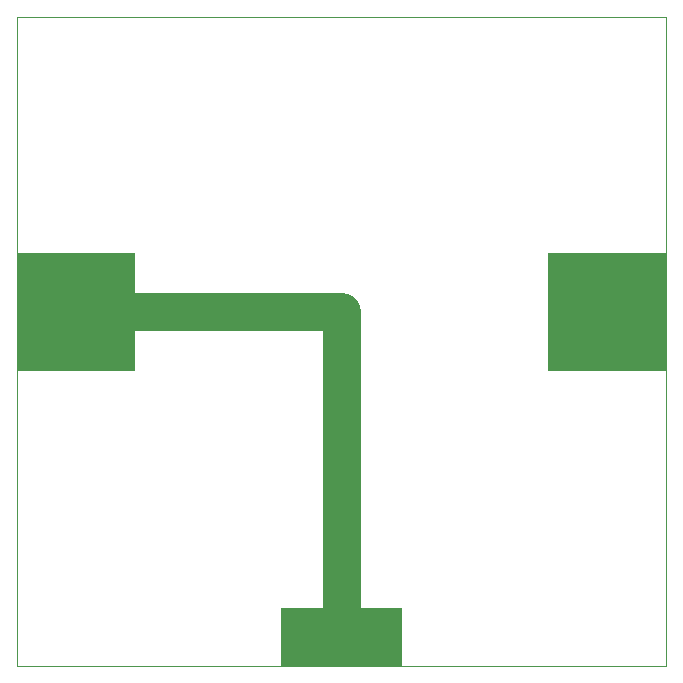
<source format=gbl>
G04 #@! TF.GenerationSoftware,KiCad,Pcbnew,(5.1.9)-1*
G04 #@! TF.CreationDate,2021-04-01T14:20:21-04:00*
G04 #@! TF.ProjectId,Antenna Adapter,416e7465-6e6e-4612-9041-646170746572,rev?*
G04 #@! TF.SameCoordinates,Original*
G04 #@! TF.FileFunction,Copper,L2,Bot*
G04 #@! TF.FilePolarity,Positive*
%FSLAX46Y46*%
G04 Gerber Fmt 4.6, Leading zero omitted, Abs format (unit mm)*
G04 Created by KiCad (PCBNEW (5.1.9)-1) date 2021-04-01 14:20:21*
%MOMM*%
%LPD*%
G01*
G04 APERTURE LIST*
G04 #@! TA.AperFunction,Profile*
%ADD10C,0.100000*%
G04 #@! TD*
G04 #@! TA.AperFunction,ComponentPad*
%ADD11C,2.700000*%
G04 #@! TD*
G04 #@! TA.AperFunction,SMDPad,CuDef*
%ADD12R,10.000000X10.000000*%
G04 #@! TD*
G04 #@! TA.AperFunction,SMDPad,CuDef*
%ADD13R,1.800000X5.000000*%
G04 #@! TD*
G04 #@! TA.AperFunction,ViaPad*
%ADD14C,0.500000*%
G04 #@! TD*
G04 #@! TA.AperFunction,Conductor*
%ADD15C,3.250000*%
G04 #@! TD*
G04 #@! TA.AperFunction,Conductor*
%ADD16C,0.254000*%
G04 #@! TD*
G04 #@! TA.AperFunction,Conductor*
%ADD17C,0.100000*%
G04 #@! TD*
G04 APERTURE END LIST*
D10*
X145000000Y-50000000D02*
X145000000Y-105000000D01*
X90000000Y-50000000D02*
X145000000Y-50000000D01*
X90000000Y-105000000D02*
X90000000Y-50000000D01*
X145000000Y-105000000D02*
X90000000Y-105000000D01*
D11*
G04 #@! TO.P,J2,1*
G04 #@! TO.N,Net-(J2-Pad1)*
X137500000Y-78500000D03*
X142500000Y-78500000D03*
X137500000Y-71500000D03*
X142500000Y-71500000D03*
D12*
X140000000Y-75000000D03*
G04 #@! TD*
D11*
G04 #@! TO.P,J1,1*
G04 #@! TO.N,Net-(J1-Pad1)*
X97500000Y-71500000D03*
X92500000Y-71500000D03*
X97500000Y-78500000D03*
X92500000Y-78500000D03*
D12*
X95000000Y-75000000D03*
G04 #@! TD*
D13*
G04 #@! TO.P,J3,2*
G04 #@! TO.N,Net-(J1-Pad1)*
X121750000Y-102500000D03*
X113250000Y-102500000D03*
G04 #@! TD*
D14*
G04 #@! TO.N,Net-(J1-Pad1)*
X121750000Y-104000000D03*
X121750000Y-101000000D03*
X121750000Y-102500000D03*
X113250000Y-104000000D03*
X113250000Y-102500000D03*
X113250000Y-101000000D03*
G04 #@! TD*
D15*
G04 #@! TO.N,Net-(J1-Pad1)*
X95000000Y-75000000D02*
X117500000Y-75000000D01*
X117500000Y-75000000D02*
X117500000Y-102500000D01*
G04 #@! TD*
D16*
G04 #@! TO.N,Net-(J1-Pad1)*
X122373000Y-104823000D02*
X112627000Y-104823000D01*
X112627000Y-100127000D01*
X122373000Y-100127000D01*
X122373000Y-104823000D01*
G04 #@! TA.AperFunction,Conductor*
D17*
G36*
X122373000Y-104823000D02*
G01*
X112627000Y-104823000D01*
X112627000Y-100127000D01*
X122373000Y-100127000D01*
X122373000Y-104823000D01*
G37*
G04 #@! TD.AperFunction*
G04 #@! TD*
M02*

</source>
